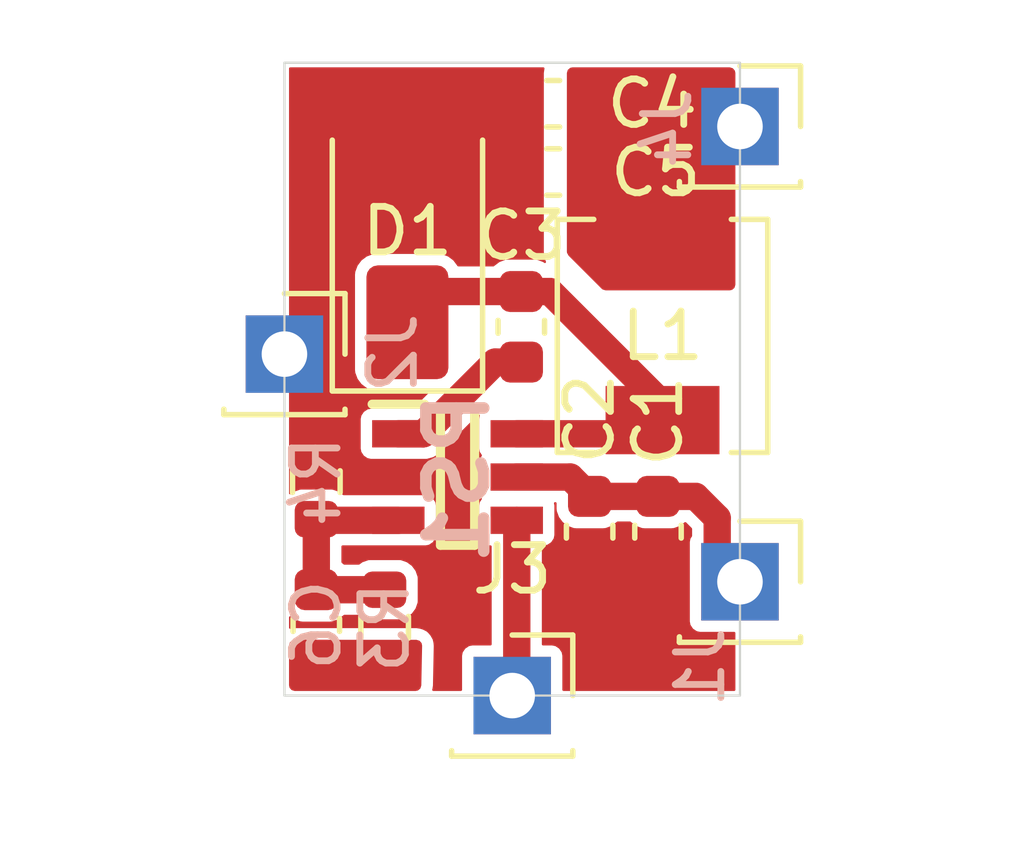
<source format=kicad_pcb>
(kicad_pcb (version 20240108) (generator "pcbnew") (generator_version "8.0")
  (layers (0 "F.Cu" signal) (31 "B.Cu" signal) (34 "B.Paste" user) (35 "F.Paste" user) (36 "B.SilkS" user "B.Silkscreen") (37 "F.SilkS" user "F.Silkscreen") (38 "B.Mask" user) (39 "F.Mask" user) (44 "Edge.Cuts" user))
  (net 0 "")
  (net 1 "+BATT")
  (net 2 "GND")
  (net 3 "Net-(PS1-BST)")
  (net 4 "Net-(D1-K)")
  (net 5 "+3.3V")
  (net 6 "/V_FB")
  (net 7 "/EN")
  (footprint "Capacitor_SMD:C_0603_1608Metric" (layer "F.Cu") (at 102.8 88.3 -90)
    (property "Reference" "C2" (at -2.475 0 90) (layer "F.SilkS"))
    (property "Value" "10u/1206")
    (fp_line (start -0.14058 0.51) (end 0.14058 0.51) (stroke (width 0.12)) (layer "F.SilkS"))
    (fp_line (start -0.14058 -0.51) (end 0.14058 -0.51) (stroke (width 0.12)) (layer "F.SilkS"))
    (pad "1" smd roundrect (at -0.775 0 270) (size 0.9 0.95) (layers "F.Cu" "F.Paste" "F.Mask") (net 1 "+BATT"))
    (pad "2" smd roundrect (at 0.775 0 270) (size 0.9 0.95) (layers "F.Cu" "F.Paste" "F.Mask") (net 2 "GND"))
  )
  (footprint "Capacitor_SMD:C_0603_1608Metric" (layer "F.Cu") (at 102 80.4 180)
    (property "Reference" "C5" (at -2.25 0 0) (layer "F.SilkS"))
    (property "Value" "22u")
    (fp_line (start -0.14058 0.51) (end 0.14058 0.51) (stroke (width 0.12)) (layer "F.SilkS"))
    (fp_line (start -0.14058 -0.51) (end 0.14058 -0.51) (stroke (width 0.12)) (layer "F.SilkS"))
    (pad "1" smd roundrect (at -0.775 0 180) (size 0.9 0.95) (layers "F.Cu" "F.Paste" "F.Mask") (net 5 "+3.3V"))
    (pad "2" smd roundrect (at 0.775 0 180) (size 0.9 0.95) (layers "F.Cu" "F.Paste" "F.Mask") (net 2 "GND"))
  )
  (footprint "Capacitor_SMD:C_0603_1608Metric" (layer "F.Cu") (at 96.8 90.35 90)
    (property "Reference" "C6" (at 0 0 -90) (layer "B.SilkS") (effects (justify mirror)))
    (property "Value" "100p")
    (fp_line (start -0.14058 -0.51) (end 0.14058 -0.51) (stroke (width 0.12)) (layer "F.SilkS"))
    (fp_line (start -0.14058 0.51) (end 0.14058 0.51) (stroke (width 0.12)) (layer "F.SilkS"))
    (pad "1" smd roundrect (at -0.775 0 90) (size 0.9 0.95) (layers "F.Cu" "F.Paste" "F.Mask") (net 5 "+3.3V"))
    (pad "2" smd roundrect (at 0.775 0 90) (size 0.9 0.95) (layers "F.Cu" "F.Paste" "F.Mask") (net 6 "/V_FB"))
  )
  (footprint "Resistor_SMD:R_0603_1608Metric" (layer "F.Cu") (at 96.8 87.2 90)
    (property "Reference" "R4" (at 0 0 -90) (layer "B.SilkS") (effects (justify mirror)))
    (property "Value" "3.3k")
    (fp_line (start -0.237258 -0.5225) (end 0.237258 -0.5225) (stroke (width 0.12)) (layer "F.SilkS"))
    (fp_line (start -0.237258 0.5225) (end 0.237258 0.5225) (stroke (width 0.12)) (layer "F.SilkS"))
    (pad "1" smd roundrect (at -0.825 0 90) (size 0.8 0.95) (layers "F.Cu" "F.Paste" "F.Mask") (net 6 "/V_FB"))
    (pad "2" smd roundrect (at 0.825 0 90) (size 0.8 0.95) (layers "F.Cu" "F.Paste" "F.Mask") (net 2 "GND"))
  )
  (footprint "Inductor_SMD:L_Chilisin_BMRA00040420" (layer "F.Cu") (at 104.4 84 90)
    (property "Reference" "L1" (at 0 0 180) (layer "F.SilkS"))
    (property "Value" "10u/C2921170")
    (fp_line (start 2.56 -2.31) (end 2.56 -1.51) (stroke (width 0.12)) (layer "F.SilkS"))
    (fp_line (start -2.56 -2.31) (end 2.56 -2.31) (stroke (width 0.12)) (layer "F.SilkS"))
    (fp_line (start -2.56 -2.31) (end -2.56 -1.51) (stroke (width 0.12)) (layer "F.SilkS"))
    (fp_line (start 2.56 2.31) (end 2.56 1.51) (stroke (width 0.12)) (layer "F.SilkS"))
    (fp_line (start -2.56 2.31) (end -2.56 1.51) (stroke (width 0.12)) (layer "F.SilkS"))
    (fp_line (start -2.56 2.31) (end 2.56 2.31) (stroke (width 0.12)) (layer "F.SilkS"))
    (pad "1" smd rect (at -1.85 0 90) (size 1.5 2.5) (layers "F.Cu" "F.Paste" "F.Mask") (net 4 "Net-(D1-K)"))
    (pad "2" smd rect (at 1.85 0 90) (size 1.5 2.5) (layers "F.Cu" "F.Paste" "F.Mask") (net 5 "+3.3V"))
  )
  (footprint "Diode_SMD:D_SMA" (layer "F.Cu") (at 98.8 81.7 90)
    (property "Reference" "D1" (at 0 0 180) (layer "F.SilkS"))
    (property "Value" "B340A")
    (fp_line (start -3.51 -1.65) (end 2 -1.65) (stroke (width 0.12)) (layer "F.SilkS"))
    (fp_line (start -3.51 -1.65) (end -3.51 1.65) (stroke (width 0.12)) (layer "F.SilkS"))
    (fp_line (start -3.51 1.65) (end 2 1.65) (stroke (width 0.12)) (layer "F.SilkS"))
    (pad "1" smd roundrect (at -2 0 90) (size 2.5 1.8) (layers "F.Cu" "F.Paste" "F.Mask") (roundrect_rratio 0.1388888889) (net 4 "Net-(D1-K)"))
    (pad "2" smd roundrect (at 2 0 90) (size 2.5 1.8) (layers "F.Cu" "F.Paste" "F.Mask") (roundrect_rratio 0.1388888889) (net 2 "GND"))
  )
  (footprint "Capacitor_SMD:C_0603_1608Metric" (layer "F.Cu") (at 104.3 88.3 -90)
    (property "Reference" "C1" (at -2.425 0 90) (layer "F.SilkS"))
    (property "Value" "10u/1206")
    (fp_line (start -0.14058 0.51) (end 0.14058 0.51) (stroke (width 0.12)) (layer "F.SilkS"))
    (fp_line (start -0.14058 -0.51) (end 0.14058 -0.51) (stroke (width 0.12)) (layer "F.SilkS"))
    (pad "1" smd roundrect (at -0.775 0 270) (size 0.9 0.95) (layers "F.Cu" "F.Paste" "F.Mask") (net 1 "+BATT"))
    (pad "2" smd roundrect (at 0.775 0 270) (size 0.9 0.95) (layers "F.Cu" "F.Paste" "F.Mask") (net 2 "GND"))
  )
  (footprint "Resistor_SMD:R_0603_1608Metric" (layer "F.Cu") (at 98.3 90.4 90)
    (property "Reference" "R3" (at 0 0 -90) (layer "B.SilkS") (effects (justify mirror)))
    (property "Value" "10k")
    (fp_line (start -0.237258 -0.5225) (end 0.237258 -0.5225) (stroke (width 0.12)) (layer "F.SilkS"))
    (fp_line (start -0.237258 0.5225) (end 0.237258 0.5225) (stroke (width 0.12)) (layer "F.SilkS"))
    (pad "1" smd roundrect (at -0.825 0 90) (size 0.8 0.95) (layers "F.Cu" "F.Paste" "F.Mask") (net 5 "+3.3V"))
    (pad "2" smd roundrect (at 0.825 0 90) (size 0.8 0.95) (layers "F.Cu" "F.Paste" "F.Mask") (net 6 "/V_FB"))
  )
  (footprint "Connector_PinSocket_2.54mm:PinSocket_1x01_P2.54mm_Vertical" (layer "F.Cu") (at 106.1 79.4)
    (property "Reference" "J4" (at -1.6 0.05 90) (layer "B.SilkS") (effects (justify mirror)))
    (property "Value" "Conn_01x01_Pin")
    (fp_line (start -1.33 1.21) (end -1.33 1.33) (stroke (width 0.12)) (layer "F.SilkS"))
    (fp_line (start -1.33 1.33) (end 1.33 1.33) (stroke (width 0.12)) (layer "F.SilkS"))
    (fp_line (start 0 -1.33) (end 1.33 -1.33) (stroke (width 0.12)) (layer "F.SilkS"))
    (fp_line (start 1.33 -1.33) (end 1.33 0) (stroke (width 0.12)) (layer "F.SilkS"))
    (fp_line (start 1.33 1.21) (end 1.33 1.33) (stroke (width 0.12)) (layer "F.SilkS"))
    (pad "1" thru_hole rect (at 0 0) (size 1.7 1.7) (drill 1) (layers "*.Cu" "*.Mask") (net 5 "+3.3V"))
  )
  (footprint "SamacSys:SOT95P285X140-6N" (layer "F.Cu") (at 99.9 87.1)
    (property "Reference" "PS1" (at 0 0.025 90) (layer "B.SilkS") (effects (font (size 1.27 1.27) (thickness 0.254)) (justify mirror)))
    (property "Value" "AP5100WG-7" (hide yes))
    (fp_line (start -1.875 -1.6) (end -0.725 -1.6) (stroke (width 0.2)) (layer "F.SilkS"))
    (fp_line (start -0.375 -1.5) (end 0.375 -1.5) (stroke (width 0.2)) (layer "F.SilkS"))
    (fp_line (start -0.375 1.5) (end -0.375 -1.5) (stroke (width 0.2)) (layer "F.SilkS"))
    (fp_line (start 0.375 -1.5) (end 0.375 1.5) (stroke (width 0.2)) (layer "F.SilkS"))
    (fp_line (start 0.375 1.5) (end -0.375 1.5) (stroke (width 0.2)) (layer "F.SilkS"))
    (pad "1" smd rect (at -1.3 -0.95 90) (size 0.6 1.15) (layers "F.Cu" "F.Paste" "F.Mask") (net 3 "Net-(PS1-BST)"))
    (pad "2" smd rect (at -1.3 0 90) (size 0.6 1.15) (layers "F.Cu" "F.Paste" "F.Mask") (net 2 "GND"))
    (pad "3" smd rect (at -1.3 0.95 90) (size 0.6 1.15) (layers "F.Cu" "F.Paste" "F.Mask") (net 6 "/V_FB"))
    (pad "4" smd rect (at 1.3 0.95 90) (size 0.6 1.15) (layers "F.Cu" "F.Paste" "F.Mask") (net 7 "/EN"))
    (pad "5" smd rect (at 1.3 0 90) (size 0.6 1.15) (layers "F.Cu" "F.Paste" "F.Mask") (net 1 "+BATT"))
    (pad "6" smd rect (at 1.3 -0.95 90) (size 0.6 1.15) (layers "F.Cu" "F.Paste" "F.Mask") (net 4 "Net-(D1-K)"))
  )
  (footprint "Connector_PinSocket_2.54mm:PinSocket_1x01_P2.54mm_Vertical" (layer "F.Cu") (at 96.1 84.4)
    (property "Reference" "J2" (at 2.375 -0.025 90) (layer "B.SilkS") (effects (justify mirror)))
    (property "Value" "Conn_01x01_Pin")
    (fp_line (start -1.33 1.21) (end -1.33 1.33) (stroke (width 0.12)) (layer "F.SilkS"))
    (fp_line (start -1.33 1.33) (end 1.33 1.33) (stroke (width 0.12)) (layer "F.SilkS"))
    (fp_line (start 0 -1.33) (end 1.33 -1.33) (stroke (width 0.12)) (layer "F.SilkS"))
    (fp_line (start 1.33 -1.33) (end 1.33 0) (stroke (width 0.12)) (layer "F.SilkS"))
    (fp_line (start 1.33 1.21) (end 1.33 1.33) (stroke (width 0.12)) (layer "F.SilkS"))
    (pad "1" thru_hole rect (at 0 0) (size 1.7 1.7) (drill 1) (layers "*.Cu" "*.Mask") (net 2 "GND"))
  )
  (footprint "Connector_PinSocket_2.54mm:PinSocket_1x01_P2.54mm_Vertical" (layer "F.Cu") (at 101.1 91.9)
    (property "Reference" "J3" (at 0 -2.77 0) (layer "F.SilkS"))
    (property "Value" "Conn_01x01_Pin")
    (fp_line (start -1.33 1.21) (end -1.33 1.33) (stroke (width 0.12)) (layer "F.SilkS"))
    (fp_line (start -1.33 1.33) (end 1.33 1.33) (stroke (width 0.12)) (layer "F.SilkS"))
    (fp_line (start 0 -1.33) (end 1.33 -1.33) (stroke (width 0.12)) (layer "F.SilkS"))
    (fp_line (start 1.33 -1.33) (end 1.33 0) (stroke (width 0.12)) (layer "F.SilkS"))
    (fp_line (start 1.33 1.21) (end 1.33 1.33) (stroke (width 0.12)) (layer "F.SilkS"))
    (pad "1" thru_hole rect (at 0 0) (size 1.7 1.7) (drill 1) (layers "*.Cu" "*.Mask") (net 7 "/EN"))
  )
  (footprint "Capacitor_SMD:C_0603_1608Metric" (layer "F.Cu") (at 102 78.9 180)
    (property "Reference" "C4" (at -2.175 0 0) (layer "F.SilkS"))
    (property "Value" "22u")
    (fp_line (start -0.14058 0.51) (end 0.14058 0.51) (stroke (width 0.12)) (layer "F.SilkS"))
    (fp_line (start -0.14058 -0.51) (end 0.14058 -0.51) (stroke (width 0.12)) (layer "F.SilkS"))
    (pad "1" smd roundrect (at -0.775 0 180) (size 0.9 0.95) (layers "F.Cu" "F.Paste" "F.Mask") (net 5 "+3.3V"))
    (pad "2" smd roundrect (at 0.775 0 180) (size 0.9 0.95) (layers "F.Cu" "F.Paste" "F.Mask") (net 2 "GND"))
  )
  (footprint "Connector_PinSocket_2.54mm:PinSocket_1x01_P2.54mm_Vertical" (layer "F.Cu") (at 106.1 89.4)
    (property "Reference" "J1" (at -0.875 1.875 -90) (layer "B.SilkS") (effects (justify mirror)))
    (property "Value" "Conn_01x01_Pin")
    (fp_line (start -1.33 1.21) (end -1.33 1.33) (stroke (width 0.12)) (layer "F.SilkS"))
    (fp_line (start -1.33 1.33) (end 1.33 1.33) (stroke (width 0.12)) (layer "F.SilkS"))
    (fp_line (start 0 -1.33) (end 1.33 -1.33) (stroke (width 0.12)) (layer "F.SilkS"))
    (fp_line (start 1.33 -1.33) (end 1.33 0) (stroke (width 0.12)) (layer "F.SilkS"))
    (fp_line (start 1.33 1.21) (end 1.33 1.33) (stroke (width 0.12)) (layer "F.SilkS"))
    (pad "1" thru_hole rect (at 0 0) (size 1.7 1.7) (drill 1) (layers "*.Cu" "*.Mask") (net 1 "+BATT"))
  )
  (footprint "Capacitor_SMD:C_0603_1608Metric" (layer "F.Cu") (at 101.3 83.8 90)
    (property "Reference" "C3" (at 2 0 180) (layer "F.SilkS"))
    (property "Value" "22n")
    (fp_line (start -0.14058 -0.51) (end 0.14058 -0.51) (stroke (width 0.12)) (layer "F.SilkS"))
    (fp_line (start -0.14058 0.51) (end 0.14058 0.51) (stroke (width 0.12)) (layer "F.SilkS"))
    (pad "1" smd roundrect (at -0.775 0 90) (size 0.9 0.95) (layers "F.Cu" "F.Paste" "F.Mask") (net 3 "Net-(PS1-BST)"))
    (pad "2" smd roundrect (at 0.775 0 90) (size 0.9 0.95) (layers "F.Cu" "F.Paste" "F.Mask") (net 4 "Net-(D1-K)"))
  )
  (gr_rect (start 96.1 78) (end 106.1 91.9) (stroke (width 0.05)) (fill none) (layer "Edge.Cuts"))
  (segment (start 105.6 88) (end 105.6 89.3) (width 0.6) (layer "F.Cu") (net 1))
  (segment (start 101.2 87.1) (end 102.375 87.1) (width 0.6) (layer "F.Cu") (net 1))
  (segment (start 105.125 87.525) (end 105.6 88) (width 0.6) (layer "F.Cu") (net 1))
  (segment (start 104.3 87.525) (end 105.125 87.525) (width 0.6) (layer "F.Cu") (net 1))
  (segment (start 102.8 87.525) (end 104.3 87.525) (width 0.6) (layer "F.Cu") (net 1))
  (segment (start 102.375 87.1) (end 102.8 87.525) (width 0.6) (layer "F.Cu") (net 1))
  (segment (start 98.6 87.1) (end 97.525 87.1) (width 0.6) (layer "F.Cu") (net 2))
  (segment (start 97.525 87.1) (end 96.8 86.375) (width 0.6) (layer "F.Cu") (net 2))
  (segment (start 99.15 86.15) (end 98.6 86.15) (width 0.6) (layer "F.Cu") (net 3))
  (segment (start 100.725 84.575) (end 99.15 86.15) (width 0.6) (layer "F.Cu") (net 3))
  (segment (start 101.3 84.575) (end 100.725 84.575) (width 0.6) (layer "F.Cu") (net 3))
  (segment (start 101.925 83.025) (end 101.3 83.025) (width 0.6) (layer "F.Cu") (net 4))
  (segment (start 104.4 85.85) (end 104.4 85.5) (width 0.6) (layer "F.Cu") (net 4))
  (segment (start 98.8 83.025) (end 98.8 83.7) (width 0.6) (layer "F.Cu") (net 4))
  (segment (start 101.2 86.15) (end 104.1 86.15) (width 0.6) (layer "F.Cu") (net 4))
  (segment (start 104.4 85.5) (end 101.925 83.025) (width 0.6) (layer "F.Cu") (net 4))
  (segment (start 104.1 86.15) (end 104.4 85.85) (width 0.6) (layer "F.Cu") (net 4))
  (segment (start 101.3 83.025) (end 98.8 83.025) (width 0.6) (layer "F.Cu") (net 4))
  (segment (start 96.8 89.575) (end 96.8 88.025) (width 0.6) (layer "F.Cu") (net 6))
  (segment (start 98.6 88.05) (end 96.825 88.05) (width 0.6) (layer "F.Cu") (net 6))
  (segment (start 96.825 88.05) (end 96.8 88.025) (width 0.6) (layer "F.Cu") (net 6))
  (segment (start 98.3 89.575) (end 96.8 89.575) (width 0.6) (layer "F.Cu") (net 6))
  (segment (start 101.2 88.05) (end 101.2 91.8) (width 0.6) (layer "F.Cu") (net 7))
  (segment (start 101.2 91.8) (end 101.1 91.9) (width 0.6) (layer "F.Cu") (net 7))
  (zone (net 2) (net_name "GND") (layer "F.Cu") (name "GndPlane") (connect_pads yes (clearance 0.25)) (min_thickness 0.05) (fill yes (thermal_gap 0.5) (thermal_bridge_width 0.5))
    (polygon (pts (xy 96 77.825) (xy 106.2 77.825) (xy 106.225 92) (xy 96 92)))
  )
  (zone (net 5) (net_name "+3.3V") (layer "F.Cu") (priority 1) (connect_pads yes (clearance 0.5)) (min_thickness 0.25) (fill yes (thermal_gap 0.5) (thermal_bridge_width 0.5))
    (polygon (pts (xy 102.3 77.9) (xy 106.1 77.9) (xy 106.1 83) (xy 103.1 83) (xy 102.3 82.2)))
  )
  (zone (net 5) (net_name "+3.3V") (layer "F.Cu") (priority 1) (connect_pads yes (clearance 0.25)) (min_thickness 0.25) (fill yes (thermal_gap 0.5) (thermal_bridge_width 0.5))
    (polygon (pts (xy 96.1 90.675) (xy 99.125 90.675) (xy 99.1 91.9) (xy 96.1 91.9)))
  )
)
</source>
